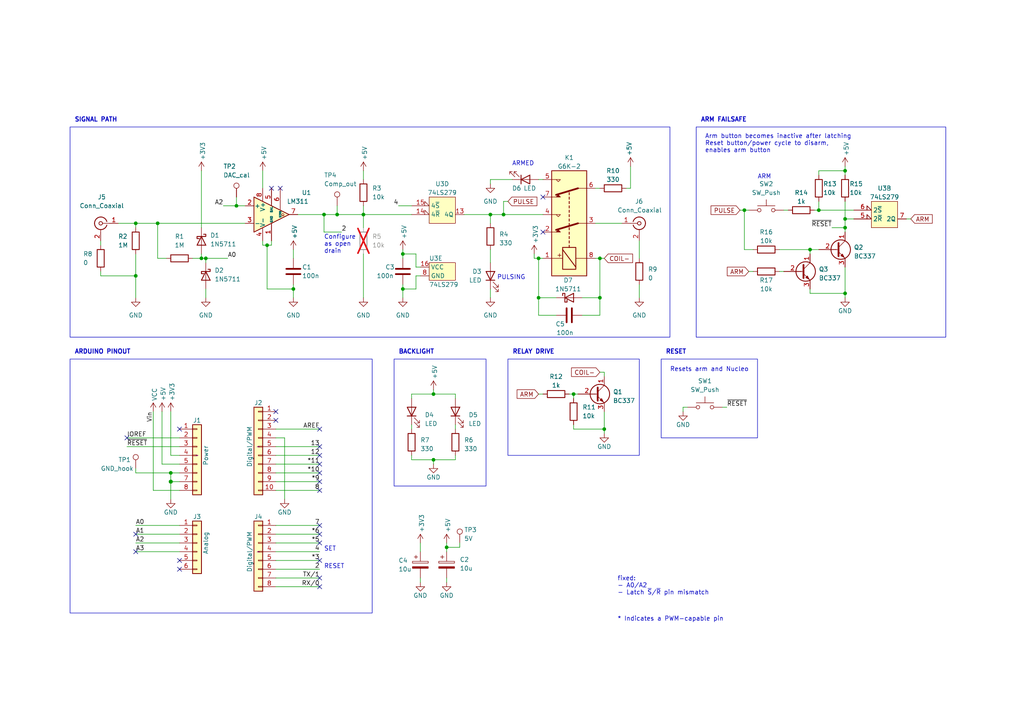
<source format=kicad_sch>
(kicad_sch (version 20230121) (generator eeschema)
  (paper "A4")
  (title_block (title "Pulsed laser ablator Interface") (date "2023-09-07") (rev "3"))
  (lib_symbols
    (symbol "Comparator:LM311" (pin_names (offset 0.127))
      (property "Reference" "U" (at 3.81 6.35 0))
      (property "Value" "LM311" (at 3.81 3.81 0))
      (symbol "LM311_0_1"
        (polyline (pts (xy 5.08 0) (xy -5.08 5.08) (xy -5.08 -5.08) (xy 5.08 0)) (stroke (width 0.254)) (fill (type background)))
        (polyline (pts (xy 3.683 -0.381) (xy 3.302 -0.381) (xy 3.683 0) (xy 3.302 0.381) (xy 2.921 0) (xy 3.302 -0.381) (xy 2.921 -0.381)) (stroke (width 0.127)))
      )
      (symbol "LM311_1_1"
        (pin passive line (at 0 -7.62 90) (length 5.08) (name "GND") (number "1"))
        (pin input line (at -7.62 2.54 0) (length 2.54) (name "+") (number "2"))
        (pin input line (at -7.62 -2.54 0) (length 2.54) (name "-") (number "3"))
        (pin power_in line (at -2.54 -7.62 90) (length 3.81) (name "V-") (number "4"))
        (pin input line (at 0 7.62 270) (length 5.08) (name "BAL") (number "5"))
        (pin input line (at 2.54 7.62 270) (length 6.35) (name "STRB") (number "6"))
        (pin open_collector line (at 7.62 0 180) (length 2.54) (name "~") (number "7"))
        (pin power_in line (at -2.54 7.62 270) (length 3.81) (name "V+") (number "8"))
      )
    )
    (symbol "Connector:Conn_Coaxial" (pin_names (offset 1.016) hide)
      (property "Reference" "J" (at 0.254 3.048 0))
      (property "Value" "Conn_Coaxial" (at 2.921 0 90))
      (symbol "Conn_Coaxial_0_1"
        (arc (start -1.778 -0.508) (mid 0.2311 -1.8066) (end 1.778 0) (stroke (width 0.254)))
        (polyline (pts (xy -2.54 0) (xy -0.508 0)))
        (polyline (pts (xy 0 -2.54) (xy 0 -1.778)))
        (circle (center 0 0) (radius 0.508) (stroke (width 0.2032)))
        (arc (start 1.778 0) (mid 0.2099 1.8101) (end -1.778 0.508) (stroke (width 0.254)))
      )
      (symbol "Conn_Coaxial_1_1"
        (pin passive line (at -5.08 0 0) (length 2.54) (name "In") (number "1"))
        (pin passive line (at 0 -5.08 90) (length 2.54) (name "Ext") (number "2"))
      )
    )
    (symbol "Connector:TestPoint" (pin_numbers hide) (pin_names (offset 0.762) hide)
      (property "Reference" "TP" (at 0 6.858 0))
      (property "Value" "TestPoint" (at 0 5.08 0))
      (symbol "TestPoint_0_1"
        (circle (center 0 3.302) (radius 0.762))
      )
      (symbol "TestPoint_1_1"
        (pin passive line (at 0 0 90) (length 2.54) (name "1") (number "1"))
      )
    )
    (symbol "Connector_Generic:Conn_01x06" (pin_names (offset 1.016) hide)
      (property "Reference" "J" (at 0 7.62 0))
      (property "Value" "Conn_01x06" (at 0 -10.16 0))
      (symbol "Conn_01x06_1_1"
        (rectangle (start -1.27 -7.493) (end 0 -7.747) (stroke (width 0.1524)))
        (rectangle (start -1.27 -4.953) (end 0 -5.207) (stroke (width 0.1524)))
        (rectangle (start -1.27 -2.413) (end 0 -2.667) (stroke (width 0.1524)))
        (rectangle (start -1.27 0.127) (end 0 -0.127) (stroke (width 0.1524)))
        (rectangle (start -1.27 2.667) (end 0 2.413) (stroke (width 0.1524)))
        (rectangle (start -1.27 5.207) (end 0 4.953) (stroke (width 0.1524)))
        (rectangle (start -1.27 6.35) (end 1.27 -8.89) (stroke (width 0.254)) (fill (type background)))
        (pin passive line (at -5.08 5.08 0) (length 3.81) (name "Pin_1") (number "1"))
        (pin passive line (at -5.08 2.54 0) (length 3.81) (name "Pin_2") (number "2"))
        (pin passive line (at -5.08 0 0) (length 3.81) (name "Pin_3") (number "3"))
        (pin passive line (at -5.08 -2.54 0) (length 3.81) (name "Pin_4") (number "4"))
        (pin passive line (at -5.08 -5.08 0) (length 3.81) (name "Pin_5") (number "5"))
        (pin passive line (at -5.08 -7.62 0) (length 3.81) (name "Pin_6") (number "6"))
      )
    )
    (symbol "Connector_Generic:Conn_01x08" (pin_names (offset 1.016) hide)
      (property "Reference" "J" (at 0 10.16 0))
      (property "Value" "Conn_01x08" (at 0 -12.7 0))
      (symbol "Conn_01x08_1_1"
        (rectangle (start -1.27 -10.033) (end 0 -10.287) (stroke (width 0.1524)))
        (rectangle (start -1.27 -7.493) (end 0 -7.747) (stroke (width 0.1524)))
        (rectangle (start -1.27 -4.953) (end 0 -5.207) (stroke (width 0.1524)))
        (rectangle (start -1.27 -2.413) (end 0 -2.667) (stroke (width 0.1524)))
        (rectangle (start -1.27 0.127) (end 0 -0.127) (stroke (width 0.1524)))
        (rectangle (start -1.27 2.667) (end 0 2.413) (stroke (width 0.1524)))
        (rectangle (start -1.27 5.207) (end 0 4.953) (stroke (width 0.1524)))
        (rectangle (start -1.27 7.747) (end 0 7.493) (stroke (width 0.1524)))
        (rectangle (start -1.27 8.89) (end 1.27 -11.43) (stroke (width 0.254)) (fill (type background)))
        (pin passive line (at -5.08 7.62 0) (length 3.81) (name "Pin_1") (number "1"))
        (pin passive line (at -5.08 5.08 0) (length 3.81) (name "Pin_2") (number "2"))
        (pin passive line (at -5.08 2.54 0) (length 3.81) (name "Pin_3") (number "3"))
        (pin passive line (at -5.08 0 0) (length 3.81) (name "Pin_4") (number "4"))
        (pin passive line (at -5.08 -2.54 0) (length 3.81) (name "Pin_5") (number "5"))
        (pin passive line (at -5.08 -5.08 0) (length 3.81) (name "Pin_6") (number "6"))
        (pin passive line (at -5.08 -7.62 0) (length 3.81) (name "Pin_7") (number "7"))
        (pin passive line (at -5.08 -10.16 0) (length 3.81) (name "Pin_8") (number "8"))
      )
    )
    (symbol "Connector_Generic:Conn_01x10" (pin_names (offset 1.016) hide)
      (property "Reference" "J" (at 0 12.7 0))
      (property "Value" "Conn_01x10" (at 0 -15.24 0))
      (symbol "Conn_01x10_1_1"
        (rectangle (start -1.27 -12.573) (end 0 -12.827) (stroke (width 0.1524)))
        (rectangle (start -1.27 -10.033) (end 0 -10.287) (stroke (width 0.1524)))
        (rectangle (start -1.27 -7.493) (end 0 -7.747) (stroke (width 0.1524)))
        (rectangle (start -1.27 -4.953) (end 0 -5.207) (stroke (width 0.1524)))
        (rectangle (start -1.27 -2.413) (end 0 -2.667) (stroke (width 0.1524)))
        (rectangle (start -1.27 0.127) (end 0 -0.127) (stroke (width 0.1524)))
        (rectangle (start -1.27 2.667) (end 0 2.413) (stroke (width 0.1524)))
        (rectangle (start -1.27 5.207) (end 0 4.953) (stroke (width 0.1524)))
        (rectangle (start -1.27 7.747) (end 0 7.493) (stroke (width 0.1524)))
        (rectangle (start -1.27 10.287) (end 0 10.033) (stroke (width 0.1524)))
        (rectangle (start -1.27 11.43) (end 1.27 -13.97) (stroke (width 0.254)) (fill (type background)))
        (pin passive line (at -5.08 10.16 0) (length 3.81) (name "Pin_1") (number "1"))
        (pin passive line (at -5.08 -12.7 0) (length 3.81) (name "Pin_10") (number "10"))
        (pin passive line (at -5.08 7.62 0) (length 3.81) (name "Pin_2") (number "2"))
        (pin passive line (at -5.08 5.08 0) (length 3.81) (name "Pin_3") (number "3"))
        (pin passive line (at -5.08 2.54 0) (length 3.81) (name "Pin_4") (number "4"))
        (pin passive line (at -5.08 0 0) (length 3.81) (name "Pin_5") (number "5"))
        (pin passive line (at -5.08 -2.54 0) (length 3.81) (name "Pin_6") (number "6"))
        (pin passive line (at -5.08 -5.08 0) (length 3.81) (name "Pin_7") (number "7"))
        (pin passive line (at -5.08 -7.62 0) (length 3.81) (name "Pin_8") (number "8"))
        (pin passive line (at -5.08 -10.16 0) (length 3.81) (name "Pin_9") (number "9"))
      )
    )
    (symbol "Device:C" (pin_numbers hide) (pin_names (offset 0.254))
      (property "Reference" "C" (at 0.635 2.54 0))
      (property "Value" "C" (at 0.635 -2.54 0))
      (symbol "C_0_1"
        (polyline (pts (xy -2.032 -0.762) (xy 2.032 -0.762)) (stroke (width 0.508)))
        (polyline (pts (xy -2.032 0.762) (xy 2.032 0.762)) (stroke (width 0.508)))
      )
      (symbol "C_1_1"
        (pin passive line (at 0 3.81 270) (length 2.794) (name "~") (number "1"))
        (pin passive line (at 0 -3.81 90) (length 2.794) (name "~") (number "2"))
      )
    )
    (symbol "Device:C_Polarized" (pin_numbers hide) (pin_names (offset 0.254))
      (property "Reference" "C" (at 0.635 2.54 0))
      (property "Value" "C_Polarized" (at 0.635 -2.54 0))
      (symbol "C_Polarized_0_1"
        (rectangle (start -2.286 0.508) (end 2.286 1.016))
        (polyline (pts (xy -1.778 2.286) (xy -0.762 2.286)))
        (polyline (pts (xy -1.27 2.794) (xy -1.27 1.778)))
        (rectangle (start 2.286 -0.508) (end -2.286 -1.016) (fill (type outline)))
      )
      (symbol "C_Polarized_1_1"
        (pin passive line (at 0 3.81 270) (length 2.794) (name "~") (number "1"))
        (pin passive line (at 0 -3.81 90) (length 2.794) (name "~") (number "2"))
      )
    )
    (symbol "Device:D_Schottky" (pin_numbers hide) (pin_names (offset 1.016) hide)
      (property "Reference" "D" (at 0 2.54 0))
      (property "Value" "D_Schottky" (at 0 -2.54 0))
      (symbol "D_Schottky_0_1"
        (polyline (pts (xy 1.27 0) (xy -1.27 0)))
        (polyline (pts (xy 1.27 1.27) (xy 1.27 -1.27) (xy -1.27 0) (xy 1.27 1.27)) (stroke (width 0.254)))
        (polyline (pts (xy -1.905 0.635) (xy -1.905 1.27) (xy -1.27 1.27) (xy -1.27 -1.27) (xy -0.635 -1.27) (xy -0.635 -0.635)) (stroke (width 0.254)))
      )
      (symbol "D_Schottky_1_1"
        (pin passive line (at -3.81 0 0) (length 2.54) (name "K") (number "1"))
        (pin passive line (at 3.81 0 180) (length 2.54) (name "A") (number "2"))
      )
    )
    (symbol "Device:LED" (pin_numbers hide) (pin_names (offset 1.016) hide)
      (property "Reference" "D" (at 0 2.54 0))
      (property "Value" "LED" (at 0 -2.54 0))
      (symbol "LED_0_1"
        (polyline (pts (xy -1.27 -1.27) (xy -1.27 1.27)) (stroke (width 0.254)))
        (polyline (pts (xy -1.27 0) (xy 1.27 0)))
        (polyline (pts (xy 1.27 -1.27) (xy 1.27 1.27) (xy -1.27 0) (xy 1.27 -1.27)) (stroke (width 0.254)))
        (polyline (pts (xy -3.048 -0.762) (xy -4.572 -2.286) (xy -3.81 -2.286) (xy -4.572 -2.286) (xy -4.572 -1.524)))
        (polyline (pts (xy -1.778 -0.762) (xy -3.302 -2.286) (xy -2.54 -2.286) (xy -3.302 -2.286) (xy -3.302 -1.524)))
      )
      (symbol "LED_1_1"
        (pin passive line (at -3.81 0 0) (length 2.54) (name "K") (number "1"))
        (pin passive line (at 3.81 0 180) (length 2.54) (name "A") (number "2"))
      )
    )
    (symbol "Device:R" (pin_numbers hide) (pin_names (offset 0))
      (property "Reference" "R" (at 2.032 0 90))
      (property "Value" "R" (at 0 0 90))
      (symbol "R_0_1"
        (rectangle (start -1.016 -2.54) (end 1.016 2.54) (stroke (width 0.254)))
      )
      (symbol "R_1_1"
        (pin passive line (at 0 3.81 270) (length 1.27) (name "~") (number "1"))
        (pin passive line (at 0 -3.81 90) (length 1.27) (name "~") (number "2"))
      )
    )
    (symbol "Relay:G6K-2"
      (property "Reference" "K" (at 16.51 3.81 0))
      (property "Value" "G6K-2" (at 16.51 1.27 0))
      (symbol "G6K-2_0_0"
        (text "+" (at -9.271 2.921 0) (effects (font (size 1.27 1.27))))
      )
      (symbol "G6K-2_0_1"
        (rectangle (start -15.24 5.08) (end 15.24 -5.08) (stroke (width 0.254)) (fill (type background)))
        (rectangle (start -13.335 1.905) (end -6.985 -1.905) (stroke (width 0.254)))
        (polyline (pts (xy -12.7 -1.905) (xy -7.62 1.905)) (stroke (width 0.254)))
        (polyline (pts (xy -10.16 -5.08) (xy -10.16 -1.905)))
        (polyline (pts (xy -10.16 5.08) (xy -10.16 1.905)))
        (polyline (pts (xy -6.985 0) (xy -6.35 0)) (stroke (width 0.254)))
        (polyline (pts (xy -5.715 0) (xy -5.08 0)) (stroke (width 0.254)))
        (polyline (pts (xy -4.445 0) (xy -3.81 0)) (stroke (width 0.254)))
        (polyline (pts (xy -3.175 0) (xy -2.54 0)) (stroke (width 0.254)))
        (polyline (pts (xy -1.905 0) (xy -1.27 0)) (stroke (width 0.254)))
        (polyline (pts (xy -0.635 0) (xy 0 0)) (stroke (width 0.254)))
        (polyline (pts (xy 0 -2.54) (xy -1.905 3.81)) (stroke (width 0.508)))
        (polyline (pts (xy 0 -2.54) (xy 0 -5.08)))
        (polyline (pts (xy 0.635 0) (xy 1.27 0)) (stroke (width 0.254)))
        (polyline (pts (xy 1.905 0) (xy 2.54 0)) (stroke (width 0.254)))
        (polyline (pts (xy 3.175 0) (xy 3.81 0)) (stroke (width 0.254)))
        (polyline (pts (xy 4.445 0) (xy 5.08 0)) (stroke (width 0.254)))
        (polyline (pts (xy 5.715 0) (xy 6.35 0)) (stroke (width 0.254)))
        (polyline (pts (xy 6.985 0) (xy 7.62 0)) (stroke (width 0.254)))
        (polyline (pts (xy 8.255 0) (xy 8.89 0)) (stroke (width 0.254)))
        (polyline (pts (xy 10.16 -2.54) (xy 8.255 3.81)) (stroke (width 0.508)))
        (polyline (pts (xy 10.16 -2.54) (xy 10.16 -5.08)))
        (polyline (pts (xy -2.54 5.08) (xy -2.54 2.54) (xy -1.905 3.175) (xy -2.54 3.81)) (fill (type outline)))
        (polyline (pts (xy 2.54 5.08) (xy 2.54 2.54) (xy 1.905 3.175) (xy 2.54 3.81)))
        (polyline (pts (xy 7.62 5.08) (xy 7.62 2.54) (xy 8.255 3.175) (xy 7.62 3.81)) (fill (type outline)))
        (polyline (pts (xy 12.7 5.08) (xy 12.7 2.54) (xy 12.065 3.175) (xy 12.7 3.81)))
      )
      (symbol "G6K-2_1_1"
        (pin passive line (at -10.16 7.62 270) (length 2.54) (name "~") (number "1"))
        (pin passive line (at -2.54 7.62 270) (length 2.54) (name "~") (number "2"))
        (pin passive line (at 0 -7.62 90) (length 2.54) (name "~") (number "3"))
        (pin passive line (at 2.54 7.62 270) (length 2.54) (name "~") (number "4"))
        (pin passive line (at 12.7 7.62 270) (length 2.54) (name "~") (number "5"))
        (pin passive line (at 10.16 -7.62 90) (length 2.54) (name "~") (number "6"))
        (pin passive line (at 7.62 7.62 270) (length 2.54) (name "~") (number "7"))
        (pin passive line (at -10.16 -7.62 90) (length 2.54) (name "~") (number "8"))
      )
    )
    (symbol "Switch:SW_Push" (pin_numbers hide) (pin_names (offset 1.016) hide)
      (property "Reference" "SW" (at 1.27 2.54 0))
      (property "Value" "SW_Push" (at 0 -1.524 0))
      (symbol "SW_Push_0_1"
        (circle (center -2.032 0) (radius 0.508))
        (polyline (pts (xy 0 1.27) (xy 0 3.048)))
        (polyline (pts (xy 2.54 1.27) (xy -2.54 1.27)))
        (circle (center 2.032 0) (radius 0.508))
        (pin passive line (at -5.08 0 0) (length 2.54) (name "1") (number "1"))
        (pin passive line (at 5.08 0 180) (length 2.54) (name "2") (number "2"))
      )
    )
    (symbol "Transistor_BJT:BC337" (pin_names (offset 0) hide)
      (property "Reference" "Q" (at 5.08 1.905 0))
      (property "Value" "BC337" (at 5.08 0 0))
      (symbol "BC337_0_1"
        (polyline (pts (xy 0 0) (xy 0.635 0)))
        (polyline (pts (xy 0.635 0.635) (xy 2.54 2.54)))
        (polyline (pts (xy 0.635 -0.635) (xy 2.54 -2.54) (xy 2.54 -2.54)))
        (polyline (pts (xy 0.635 1.905) (xy 0.635 -1.905) (xy 0.635 -1.905)) (stroke (width 0.508)))
        (polyline (pts (xy 1.27 -1.778) (xy 1.778 -1.27) (xy 2.286 -2.286) (xy 1.27 -1.778) (xy 1.27 -1.778)) (fill (type outline)))
        (circle (center 1.27 0) (radius 2.8194) (stroke (width 0.254)))
      )
      (symbol "BC337_1_1"
        (pin passive line (at 2.54 5.08 270) (length 2.54) (name "C") (number "1"))
        (pin input line (at -5.08 0 0) (length 5.08) (name "B") (number "2"))
        (pin passive line (at 2.54 -5.08 90) (length 2.54) (name "E") (number "3"))
      )
    )
    (symbol "guillem_symbols:74LS279"
      (property "Reference" "U" (at -2.54 6.35 0))
      (property "Value" "74LS279" (at 5.08 6.35 0))
      (symbol "74LS279_1_1"
        (rectangle (start -3.81 5.08) (end 3.81 -5.08) (fill (type background)))
        (pin input input_low (at -8.89 -2.54 0) (length 5.08) (name "1~{R}") (number "1"))
        (pin input input_low (at -8.89 2.54 0) (length 5.08) (name "1~{S}1") (number "2"))
        (pin input input_low (at -8.89 0 0) (length 5.08) (name "1~{S}2") (number "3"))
        (pin output line (at 6.35 -2.54 180) (length 2.54) (name "1Q") (number "4"))
      )
      (symbol "74LS279_2_1"
        (rectangle (start -2.54 3.81) (end 5.08 -3.81) (fill (type background)))
        (pin input input_low (at -7.62 -1.27 0) (length 5.08) (name "2~{R}") (number "5"))
        (pin input input_low (at -7.62 1.27 0) (length 5.08) (name "2~{S}") (number "6"))
        (pin output line (at 7.62 -1.27 180) (length 2.54) (name "2Q") (number "7"))
      )
      (symbol "74LS279_3_1"
        (rectangle (start -3.81 5.08) (end 3.81 -5.08) (fill (type background)))
        (pin input input_low (at -8.89 -2.54 0) (length 5.08) (name "3~{R}") (number "10"))
        (pin input input_low (at -8.89 2.54 0) (length 5.08) (name "3~{S}1") (number "11"))
        (pin input input_low (at -8.89 0 0) (length 5.08) (name "3~{S}2") (number "12"))
        (pin output line (at 6.35 -2.54 180) (length 2.54) (name "3Q") (number "9"))
      )
      (symbol "74LS279_4_1"
        (rectangle (start -3.81 3.81) (end 3.81 -3.81) (fill (type background)))
        (pin output line (at 6.35 -1.27 180) (length 2.54) (name "4Q") (number "13"))
        (pin input input_low (at -8.89 -1.27 0) (length 5.08) (name "4~{R}") (number "14"))
        (pin input input_low (at -8.89 1.27 0) (length 5.08) (name "4~{S}") (number "15"))
      )
      (symbol "74LS279_5_1"
        (rectangle (start -3.81 2.54) (end 3.81 -2.54) (fill (type background)))
        (pin power_in line (at -6.35 1.27 0) (length 2.54) (name "VCC") (number "16"))
        (pin power_out line (at -6.35 -1.27 0) (length 2.54) (name "GND") (number "8"))
      )
    )
    (symbol "power:+3V3" (power) (pin_names (offset 0))
      (property "Value" "+3V3" (at 0 3.556 0))
      (symbol "+3V3_0_1"
        (polyline (pts (xy -0.762 1.27) (xy 0 2.54)))
        (polyline (pts (xy 0 0) (xy 0 2.54)))
        (polyline (pts (xy 0 2.54) (xy 0.762 1.27)))
      )
      (symbol "+3V3_1_1"
        (pin power_in line (at 0 0 90) (length 0) hide (name "+3V3") (number "1"))
      )
    )
    (symbol "power:+5V" (power) (pin_names (offset 0))
      (property "Value" "+5V" (at 0 3.556 0))
      (symbol "+5V_0_1"
        (polyline (pts (xy -0.762 1.27) (xy 0 2.54)))
        (polyline (pts (xy 0 0) (xy 0 2.54)))
        (polyline (pts (xy 0 2.54) (xy 0.762 1.27)))
      )
      (symbol "+5V_1_1"
        (pin power_in line (at 0 0 90) (length 0) hide (name "+5V") (number "1"))
      )
    )
    (symbol "power:GND" (power) (pin_names (offset 0))
      (property "Value" "GND" (at 0 -3.81 0))
      (symbol "GND_0_1"
        (polyline (pts (xy 0 0) (xy 0 -1.27) (xy 1.27 -1.27) (xy 0 -2.54) (xy -1.27 -1.27) (xy 0 -1.27)))
      )
      (symbol "GND_1_1"
        (pin power_in line (at 0 0 270) (length 0) hide (name "GND") (number "1"))
      )
    )
    (symbol "power:VCC" (power) (pin_names (offset 0))
      (property "Value" "VCC" (at 0 3.81 0))
      (symbol "VCC_0_1"
        (polyline (pts (xy -0.762 1.27) (xy 0 2.54)))
        (polyline (pts (xy 0 0) (xy 0 2.54)))
        (polyline (pts (xy 0 2.54) (xy 0.762 1.27)))
      )
      (symbol "VCC_1_1"
        (pin power_in line (at 0 0 90) (length 0) hide (name "VCC") (number "1"))
      )
    )
  )
  (junction (at 234.95 72.39))
  (junction (at 156.21 86.36))
  (junction (at 245.11 63.5))
  (junction (at 85.09 83.82))
  (junction (at 237.49 60.96))
  (junction (at 49.53 137.16))
  (junction (at 245.11 66.04))
  (junction (at 142.24 62.23))
  (junction (at 49.53 139.7) (diameter 1.016))
  (junction (at 245.11 85.09))
  (junction (at 39.37 64.77))
  (junction (at 93.98 62.23))
  (junction (at 58.42 74.93))
  (junction (at 125.73 133.35))
  (junction (at 175.26 124.46))
  (junction (at 173.99 74.93))
  (junction (at 116.84 83.82))
  (junction (at 77.47 71.12))
  (junction (at 125.73 114.3))
  (junction (at 45.72 64.77))
  (junction (at 129.54 158.75))
  (junction (at 173.99 86.36))
  (junction (at 68.58 59.69))
  (junction (at 166.37 114.3))
  (junction (at 39.37 80.01))
  (junction (at 105.41 62.23))
  (junction (at 97.79 62.23))
  (junction (at 146.05 62.23))
  (junction (at 116.84 73.66))
  (junction (at 245.11 49.53))
  (junction (at 215.9 60.96))
  (junction (at 156.21 74.93))
  (junction (at 59.69 74.93))
  (no_connect (at 80.01 121.92))
  (no_connect (at 92.71 162.56))
  (no_connect (at 157.48 57.15))
  (no_connect (at 92.71 167.64))
  (no_connect (at 92.71 157.48))
  (no_connect (at 81.28 54.61))
  (no_connect (at 36.83 127))
  (no_connect (at 157.48 67.31))
  (no_connect (at 92.71 129.54))
  (no_connect (at 52.07 162.56))
  (no_connect (at 80.01 119.38))
  (no_connect (at 92.71 170.18))
  (no_connect (at 78.74 54.61))
  (no_connect (at 39.37 154.94))
  (no_connect (at 92.71 139.7))
  (no_connect (at 92.71 134.62))
  (no_connect (at 92.71 152.4))
  (no_connect (at 92.71 142.24))
  (no_connect (at 92.71 137.16))
  (no_connect (at 92.71 124.46))
  (no_connect (at 52.07 165.1))
  (no_connect (at 92.71 154.94))
  (no_connect (at 52.07 124.46))
  (no_connect (at 92.71 132.08))
  (no_connect (at 39.37 160.02))
  (wire (pts (xy 80.01 170.18) (xy 92.71 170.18)))
  (wire (pts (xy 215.9 60.96) (xy 215.9 72.39)))
  (wire (pts (xy 175.26 119.38) (xy 175.26 124.46)))
  (wire (pts (xy 156.21 74.93) (xy 157.48 74.93)))
  (wire (pts (xy 120.65 83.82) (xy 120.65 80.01)))
  (wire (pts (xy 173.99 86.36) (xy 173.99 74.93)))
  (wire (pts (xy 80.01 137.16) (xy 92.71 137.16)))
  (wire (pts (xy 121.92 157.48) (xy 121.92 160.02)))
  (wire (pts (xy 58.42 74.93) (xy 59.69 74.93)))
  (wire (pts (xy 241.3 66.04) (xy 245.11 66.04)))
  (wire (pts (xy 185.42 69.85) (xy 185.42 74.93)))
  (wire (pts (xy 234.95 72.39) (xy 234.95 73.66)))
  (wire (pts (xy 237.49 49.53) (xy 237.49 50.8)))
  (wire (pts (xy 237.49 58.42) (xy 237.49 60.96)))
  (wire (pts (xy 76.2 49.53) (xy 76.2 54.61)))
  (wire (pts (xy 49.53 137.16) (xy 49.53 139.7)))
  (wire (pts (xy 142.24 62.23) (xy 146.05 62.23)))
  (wire (pts (xy 161.29 91.44) (xy 156.21 91.44)))
  (wire (pts (xy 132.08 123.19) (xy 132.08 124.46)))
  (wire (pts (xy 77.47 71.12) (xy 77.47 83.82)))
  (wire (pts (xy 172.72 54.61) (xy 173.99 54.61)))
  (wire (pts (xy 129.54 167.64) (xy 129.54 168.91)))
  (wire (pts (xy 245.11 63.5) (xy 247.65 63.5)))
  (wire (pts (xy 156.21 52.07) (xy 157.48 52.07)))
  (wire (pts (xy 245.11 66.04) (xy 245.11 63.5)))
  (wire (pts (xy 175.26 107.95) (xy 175.26 109.22)))
  (wire (pts (xy 156.21 86.36) (xy 156.21 91.44)))
  (wire (pts (xy 48.26 74.93) (xy 45.72 74.93)))
  (wire (pts (xy 245.11 48.26) (xy 245.11 49.53)))
  (wire (pts (xy 245.11 49.53) (xy 237.49 49.53)))
  (wire (pts (xy 49.53 139.7) (xy 49.53 144.78)))
  (wire (pts (xy 49.53 132.08) (xy 52.07 132.08)))
  (wire (pts (xy 227.33 60.96) (xy 228.6 60.96)))
  (wire (pts (xy 46.99 134.62) (xy 52.07 134.62)))
  (wire (pts (xy 46.99 119.38) (xy 46.99 134.62)))
  (wire (pts (xy 142.24 72.39) (xy 142.24 76.2)))
  (wire (pts (xy 217.17 78.74) (xy 218.44 78.74)))
  (wire (pts (xy 80.01 129.54) (xy 92.71 129.54)))
  (wire (pts (xy 86.36 62.23) (xy 93.98 62.23)))
  (wire (pts (xy 49.53 119.38) (xy 49.53 132.08)))
  (wire (pts (xy 80.01 152.4) (xy 92.71 152.4)))
  (wire (pts (xy 165.1 114.3) (xy 166.37 114.3)))
  (wire (pts (xy 182.88 48.26) (xy 182.88 54.61)))
  (wire (pts (xy 39.37 73.66) (xy 39.37 80.01)))
  (wire (pts (xy 129.54 157.48) (xy 129.54 158.75)))
  (wire (pts (xy 52.07 152.4) (xy 39.37 152.4)))
  (wire (pts (xy 173.99 74.93) (xy 175.26 74.93)))
  (wire (pts (xy 80.01 132.08) (xy 92.71 132.08)))
  (wire (pts (xy 93.98 62.23) (xy 97.79 62.23)))
  (wire (pts (xy 45.72 64.77) (xy 71.12 64.77)))
  (wire (pts (xy 80.01 154.94) (xy 92.71 154.94)))
  (wire (pts (xy 85.09 82.55) (xy 85.09 83.82)))
  (wire (pts (xy 76.2 69.85) (xy 76.2 71.12)))
  (wire (pts (xy 147.32 58.42) (xy 146.05 58.42)))
  (wire (pts (xy 105.41 62.23) (xy 105.41 66.04)))
  (wire (pts (xy 105.41 59.69) (xy 105.41 62.23)))
  (wire (pts (xy 68.58 57.15) (xy 68.58 59.69)))
  (wire (pts (xy 59.69 83.82) (xy 59.69 86.36)))
  (wire (pts (xy 29.21 69.85) (xy 29.21 71.12)))
  (wire (pts (xy 215.9 72.39) (xy 218.44 72.39)))
  (wire (pts (xy 173.99 107.95) (xy 175.26 107.95)))
  (wire (pts (xy 121.92 167.64) (xy 121.92 168.91)))
  (wire (pts (xy 166.37 124.46) (xy 175.26 124.46)))
  (wire (pts (xy 29.21 80.01) (xy 39.37 80.01)))
  (wire (pts (xy 134.62 62.23) (xy 142.24 62.23)))
  (wire (pts (xy 80.01 139.7) (xy 92.71 139.7)))
  (wire (pts (xy 29.21 78.74) (xy 29.21 80.01)))
  (wire (pts (xy 132.08 132.08) (xy 132.08 133.35)))
  (wire (pts (xy 168.91 91.44) (xy 173.99 91.44)))
  (wire (pts (xy 76.2 71.12) (xy 77.47 71.12)))
  (wire (pts (xy 80.01 160.02) (xy 92.71 160.02)))
  (wire (pts (xy 85.09 72.39) (xy 85.09 74.93)))
  (wire (pts (xy 119.38 132.08) (xy 119.38 133.35)))
  (wire (pts (xy 215.9 60.96) (xy 217.17 60.96)))
  (wire (pts (xy 262.89 63.5) (xy 264.16 63.5)))
  (wire (pts (xy 166.37 123.19) (xy 166.37 124.46)))
  (wire (pts (xy 36.83 127) (xy 52.07 127)))
  (wire (pts (xy 133.35 157.48) (xy 133.35 158.75)))
  (wire (pts (xy 116.84 83.82) (xy 120.65 83.82)))
  (wire (pts (xy 125.73 134.62) (xy 125.73 133.35)))
  (wire (pts (xy 245.11 58.42) (xy 245.11 63.5)))
  (wire (pts (xy 198.12 119.38) (xy 198.12 118.11)))
  (wire (pts (xy 234.95 83.82) (xy 234.95 85.09)))
  (wire (pts (xy 120.65 80.01) (xy 121.92 80.01)))
  (wire (pts (xy 175.26 124.46) (xy 175.26 125.73)))
  (wire (pts (xy 125.73 133.35) (xy 132.08 133.35)))
  (wire (pts (xy 146.05 62.23) (xy 157.48 62.23)))
  (wire (pts (xy 234.95 72.39) (xy 237.49 72.39)))
  (wire (pts (xy 185.42 82.55) (xy 185.42 86.36)))
  (wire (pts (xy 245.11 77.47) (xy 245.11 85.09)))
  (wire (pts (xy 120.65 73.66) (xy 116.84 73.66)))
  (wire (pts (xy 82.55 127) (xy 82.55 144.78)))
  (wire (pts (xy 93.98 62.23) (xy 93.98 67.31)))
  (wire (pts (xy 105.41 73.66) (xy 105.41 86.36)))
  (wire (pts (xy 121.92 77.47) (xy 120.65 77.47)))
  (wire (pts (xy 45.72 64.77) (xy 45.72 74.93)))
  (wire (pts (xy 80.01 124.46) (xy 92.71 124.46)))
  (wire (pts (xy 115.57 59.69) (xy 119.38 59.69)))
  (wire (pts (xy 142.24 83.82) (xy 142.24 86.36)))
  (wire (pts (xy 214.63 60.96) (xy 215.9 60.96)))
  (wire (pts (xy 125.73 114.3) (xy 132.08 114.3)))
  (wire (pts (xy 116.84 83.82) (xy 116.84 86.36)))
  (wire (pts (xy 166.37 114.3) (xy 167.64 114.3)))
  (wire (pts (xy 85.09 83.82) (xy 85.09 86.36)))
  (wire (pts (xy 68.58 59.69) (xy 71.12 59.69)))
  (wire (pts (xy 52.07 157.48) (xy 39.37 157.48)))
  (wire (pts (xy 36.83 129.54) (xy 52.07 129.54)))
  (wire (pts (xy 77.47 83.82) (xy 85.09 83.82)))
  (wire (pts (xy 39.37 137.16) (xy 49.53 137.16)))
  (wire (pts (xy 52.07 139.7) (xy 49.53 139.7)))
  (wire (pts (xy 39.37 64.77) (xy 45.72 64.77)))
  (wire (pts (xy 116.84 82.55) (xy 116.84 83.82)))
  (wire (pts (xy 125.73 113.03) (xy 125.73 114.3)))
  (wire (pts (xy 119.38 114.3) (xy 119.38 115.57)))
  (wire (pts (xy 142.24 52.07) (xy 148.59 52.07)))
  (wire (pts (xy 156.21 114.3) (xy 157.48 114.3)))
  (wire (pts (xy 245.11 67.31) (xy 245.11 66.04)))
  (wire (pts (xy 78.74 69.85) (xy 78.74 71.12)))
  (wire (pts (xy 52.07 142.24) (xy 44.45 142.24)))
  (wire (pts (xy 105.41 49.53) (xy 105.41 52.07)))
  (wire (pts (xy 105.41 62.23) (xy 119.38 62.23)))
  (wire (pts (xy 39.37 154.94) (xy 52.07 154.94)))
  (wire (pts (xy 39.37 80.01) (xy 39.37 86.36)))
  (wire (pts (xy 58.42 49.53) (xy 58.42 66.04)))
  (wire (pts (xy 129.54 158.75) (xy 129.54 160.02)))
  (wire (pts (xy 120.65 77.47) (xy 120.65 73.66)))
  (wire (pts (xy 245.11 49.53) (xy 245.11 50.8)))
  (wire (pts (xy 59.69 74.93) (xy 66.04 74.93)))
  (wire (pts (xy 166.37 114.3) (xy 166.37 115.57)))
  (wire (pts (xy 172.72 64.77) (xy 180.34 64.77)))
  (wire (pts (xy 226.06 72.39) (xy 234.95 72.39)))
  (wire (pts (xy 129.54 158.75) (xy 133.35 158.75)))
  (wire (pts (xy 173.99 86.36) (xy 173.99 91.44)))
  (wire (pts (xy 55.88 74.93) (xy 58.42 74.93)))
  (wire (pts (xy 80.01 127) (xy 82.55 127)))
  (wire (pts (xy 156.21 86.36) (xy 156.21 74.93)))
  (wire (pts (xy 168.91 86.36) (xy 173.99 86.36)))
  (wire (pts (xy 52.07 137.16) (xy 49.53 137.16)))
  (wire (pts (xy 142.24 62.23) (xy 142.24 64.77)))
  (wire (pts (xy 80.01 134.62) (xy 92.71 134.62)))
  (wire (pts (xy 58.42 73.66) (xy 58.42 74.93)))
  (wire (pts (xy 99.06 67.31) (xy 93.98 67.31)))
  (wire (pts (xy 97.79 59.69) (xy 97.79 62.23)))
  (wire (pts (xy 132.08 115.57) (xy 132.08 114.3)))
  (wire (pts (xy 97.79 62.23) (xy 105.41 62.23)))
  (wire (pts (xy 142.24 53.34) (xy 142.24 52.07)))
  (wire (pts (xy 237.49 60.96) (xy 247.65 60.96)))
  (wire (pts (xy 80.01 157.48) (xy 92.71 157.48)))
  (wire (pts (xy 39.37 160.02) (xy 52.07 160.02)))
  (wire (pts (xy 161.29 86.36) (xy 156.21 86.36)))
  (wire (pts (xy 182.88 54.61) (xy 181.61 54.61)))
  (wire (pts (xy 116.84 73.66) (xy 116.84 74.93)))
  (wire (pts (xy 236.22 60.96) (xy 237.49 60.96)))
  (wire (pts (xy 209.55 118.11) (xy 210.82 118.11)))
  (wire (pts (xy 154.94 73.66) (xy 154.94 74.93)))
  (wire (pts (xy 77.47 71.12) (xy 78.74 71.12)))
  (wire (pts (xy 39.37 135.89) (xy 39.37 137.16)))
  (wire (pts (xy 39.37 64.77) (xy 39.37 66.04)))
  (wire (pts (xy 154.94 74.93) (xy 156.21 74.93)))
  (wire (pts (xy 80.01 165.1) (xy 92.71 165.1)))
  (wire (pts (xy 146.05 58.42) (xy 146.05 62.23)))
  (wire (pts (xy 80.01 162.56) (xy 92.71 162.56)))
  (wire (pts (xy 198.12 118.11) (xy 199.39 118.11)))
  (wire (pts (xy 116.84 72.39) (xy 116.84 73.66)))
  (wire (pts (xy 245.11 85.09) (xy 245.11 86.36)))
  (wire (pts (xy 125.73 133.35) (xy 119.38 133.35)))
  (wire (pts (xy 34.29 64.77) (xy 39.37 64.77)))
  (wire (pts (xy 125.73 114.3) (xy 119.38 114.3)))
  (wire (pts (xy 234.95 85.09) (xy 245.11 85.09)))
  (wire (pts (xy 64.77 59.69) (xy 68.58 59.69)))
  (wire (pts (xy 59.69 76.2) (xy 59.69 74.93)))
  (wire (pts (xy 80.01 167.64) (xy 92.71 167.64)))
  (wire (pts (xy 44.45 142.24) (xy 44.45 119.38)))
  (wire (pts (xy 226.06 78.74) (xy 227.33 78.74)))
  (wire (pts (xy 119.38 123.19) (xy 119.38 124.46)))
  (wire (pts (xy 172.72 74.93) (xy 173.99 74.93)))
  (wire (pts (xy 80.01 142.24) (xy 92.71 142.24)))
  (rectangle (start 201.93 36.83) (end 274.32 97.79))
  (rectangle (start 20.32 36.83) (end 194.31 97.79))
  (rectangle (start 20.32 104.14) (end 107.95 177.8))
  (rectangle (start 114.3 104.14) (end 140.97 140.97))
  (rectangle (start 147.32 104.14) (end 185.42 132.08))
  (rectangle (start 191.77 104.14) (end 219.71 127))
  (text "ARM" (at 219.71 52.07 0) (effects (font (size 1.27 1.27)) (justify left bottom)))
  (text "ARMED" (at 154.94 48.26 0) (effects (font (size 1.27 1.27)) (justify right bottom)))
  (text "SET" (at 93.98 160.02 0) (effects (font (size 1.27 1.27)) (justify left bottom)))
  (text "BACKLIGHT" (at 115.57 102.87 0) (effects (font (size 1.27 1.27) (thickness 0.254) bold) (justify left bottom)))
  (text "Configure\nas open \ndrain" (at 93.98 73.66 0) (effects (font (size 1.27 1.27)) (justify left bottom)))
  (text "ARDUINO PINOUT" (at 21.59 102.87 0) (effects (font (size 1.27 1.27) (thickness 0.254) bold) (justify left bottom)))
  (text "Arm button becomes inactive after latching\nReset button/power cycle to disarm,\nenables arm button" (at 204.47 44.45 0) (effects (font (size 1.27 1.27)) (justify left bottom)))
  (text "RESET" (at 193.04 102.87 0) (effects (font (size 1.27 1.27) (thickness 0.254) bold) (justify left bottom)))
  (text "SIGNAL PATH" (at 21.59 35.56 0) (effects (font (size 1.27 1.27) (thickness 0.254) bold) (justify left bottom)))
  (text "ARM FAILSAFE" (at 203.2 35.56 0) (effects (font (size 1.27 1.27) (thickness 0.254) bold) (justify left bottom)))
  (text "RELAY DRIVE" (at 148.59 102.87 0) (effects (font (size 1.27 1.27) (thickness 0.254) bold) (justify left bottom)))
  (text "RESET" (at 93.98 165.1 0) (effects (font (size 1.27 1.27)) (justify left bottom)))
  (text "fixed:\n- A0/A2\n- Latch ~{S}/~{R} pin mismatch" (at 179.07 172.72 0) (effects (font (size 1.27 1.27)) (justify left bottom)))
  (text "Resets arm and Nucleo" (at 194.31 107.95 0) (effects (font (size 1.27 1.27)) (justify left bottom)))
  (text "* Indicates a PWM-capable pin" (at 179.07 180.34 0) (effects (font (size 1.27 1.27)) (justify left bottom)))
  (text "PULSING" (at 152.4 81.28 0) (effects (font (size 1.27 1.27)) (justify right bottom)))
  (label "RX{slash}0" (at 92.71 170.18 180))
  (label "A2" (at 39.37 157.48 0))
  (label "4" (at 92.71 160.02 180))
  (label "~{RESET}" (at 241.3 66.04 180))
  (label "2" (at 92.71 165.1 180))
  (label "A3" (at 39.37 160.02 0))
  (label "13" (at 92.71 129.54 180))
  (label "12" (at 92.71 132.08 180))
  (label "~{RESET}" (at 210.82 118.11 0))
  (label "~{RESET}" (at 36.83 129.54 0))
  (label "*10" (at 92.71 137.16 180))
  (label "A2" (at 64.77 59.69 180))
  (label "4" (at 115.57 59.69 180))
  (label "A0" (at 66.04 74.93 0))
  (label "7" (at 92.71 152.4 180))
  (label "8" (at 92.71 142.24 180))
  (label "*11" (at 92.71 134.62 180))
  (label "*3" (at 92.71 162.56 180))
  (label "A1" (at 39.37 154.94 0))
  (label "TX{slash}1" (at 92.71 167.64 180))
  (label "A0" (at 39.37 152.4 0))
  (label "AREF" (at 92.71 124.46 180))
  (label "2" (at 99.06 67.31 0))
  (label "Vin" (at 44.45 119.38 270))
  (label "*6" (at 92.71 154.94 180))
  (label "*9" (at 92.71 139.7 180))
  (label "*5" (at 92.71 157.48 180))
  (label "IOREF" (at 36.83 127 0))
  (global_label "ARM" (shape input) (at 264.16 63.5 0) (property "Intersheetrefs" "${INTERSHEET_REFS}" (effects hide)))
  (global_label "ARM" (shape input) (at 217.17 78.74 180) (property "Intersheetrefs" "${INTERSHEET_REFS}" (effects hide)))
  (global_label "ARM" (shape input) (at 156.21 114.3 180) (property "Intersheetrefs" "${INTERSHEET_REFS}" (effects hide)))
  (global_label "COIL-" (shape input) (at 175.26 74.93 0) (property "Intersheetrefs" "${INTERSHEET_REFS}" (effects hide)))
  (global_label "PULSE" (shape input) (at 147.32 58.42 0) (property "Intersheetrefs" "${INTERSHEET_REFS}" (effects hide)))
  (global_label "PULSE" (shape input) (at 214.63 60.96 180) (property "Intersheetrefs" "${INTERSHEET_REFS}" (effects hide)))
  (global_label "COIL-" (shape input) (at 173.99 107.95 180) (property "Intersheetrefs" "${INTERSHEET_REFS}" (effects hide)))
  (symbol (lib_id "Connector_Generic:Conn_01x08") (at 57.15 132.08 0) (unit 1)
    (property "Reference" "J1" (at 57.15 121.92 0))
    (property "Value" "Power" (at 59.69 132.08 90))
    (property "Footprint" "Connector_PinHeader_2.54mm:PinHeader_1x08_P2.54mm_Vertical" (effects hide))
    (property "Datasheet" "~" (at 57.15 132.08 0))
  )
  (symbol (lib_id "power:+3V3") (at 49.53 119.38 0) (unit 1)
    (property "Reference" "#PWR03" (effects hide))
    (property "Value" "+3.3V" (at 49.911 116.332 90) (effects (justify left)))
  )
  (symbol (lib_id "power:+5V") (at 46.99 119.38 0) (unit 1)
    (property "Reference" "#PWR02" (effects hide))
    (property "Value" "+5V" (at 47.3456 116.332 90) (effects (justify left)))
  )
  (symbol (lib_id "power:GND") (at 49.53 144.78 0) (unit 1)
    (property "Reference" "#PWR04" (effects hide))
    (property "Value" "GND" (at 49.53 148.59 0))
  )
  (symbol (lib_id "Connector_Generic:Conn_01x10") (at 74.93 129.54 0) (mirror y) (unit 1)
    (property "Reference" "J2" (at 74.93 116.84 0))
    (property "Value" "Digital/PWM" (at 72.39 129.54 90))
    (property "Footprint" "Connector_PinHeader_2.54mm:PinHeader_1x10_P2.54mm_Vertical" (effects hide))
    (property "Datasheet" "~" (at 74.93 129.54 0))
  )
  (symbol (lib_id "power:GND") (at 82.55 144.78 0) (unit 1)
    (property "Reference" "#PWR05" (effects hide))
    (property "Value" "GND" (at 82.55 148.59 0))
  )
  (symbol (lib_id "Connector_Generic:Conn_01x06") (at 57.15 157.48 0) (unit 1)
    (property "Reference" "J3" (at 57.15 149.86 0))
    (property "Value" "Analog" (at 59.69 157.48 90))
    (property "Footprint" "Connector_PinHeader_2.54mm:PinHeader_1x06_P2.54mm_Vertical" (effects hide))
  )
  (symbol (lib_id "Connector_Generic:Conn_01x08") (at 74.93 160.02 0) (mirror y) (unit 1)
    (property "Reference" "J4" (at 74.93 149.86 0))
    (property "Value" "Digital/PWM" (at 72.39 160.02 90))
    (property "Footprint" "Connector_PinHeader_2.54mm:PinHeader_1x08_P2.54mm_Vertical" (effects hide))
    (property "Datasheet" "~" (at 74.93 160.02 0))
  )
  (symbol (lib_id "Connector:TestPoint") (at 133.35 157.48 0) (unit 1)
    (property "Reference" "TP3" (at 134.62 153.67 0) (effects (justify left)))
    (property "Value" "5V" (at 134.62 156.21 0) (effects (justify left)))
    (property "Footprint" "Connector_PinHeader_2.54mm:PinHeader_1x01_P2.54mm_Vertical" (effects hide))
  )
  (symbol (lib_id "power:GND") (at 85.09 86.36 0) (unit 1)
    (property "Reference" "#PWR012" (effects hide))
    (property "Value" "GND" (at 85.09 91.44 0))
  )
  (symbol (lib_id "power:+3V3") (at 121.92 157.48 0) (unit 1)
    (property "Reference" "#PWR028" (effects hide))
    (property "Value" "+3.3V" (at 122.301 154.432 90) (effects (justify left)))
  )
  (symbol (lib_id "power:GND") (at 185.42 86.36 0) (unit 1)
    (property "Reference" "#PWR017" (effects hide))
    (property "Value" "GND" (at 185.42 91.44 0))
  )
  (symbol (lib_id "power:GND") (at 175.26 125.73 0) (mirror y) (unit 1)
    (property "Reference" "#PWR023" (effects hide))
    (property "Value" "GND" (at 175.26 129.54 0))
  )
  (symbol (lib_id "Device:LED") (at 119.38 119.38 90) (unit 1)
    (property "Reference" "D4" (at 123.19 120.3325 90) (effects (justify right)))
    (property "Value" "LED" (at 123.19 122.8725 90) (effects (justify right)))
    (property "Footprint" "LED_THT:LED_D5.0mm" (effects hide))
  )
  (symbol (lib_id "Transistor_BJT:BC337") (at 232.41 78.74 0) (unit 1)
    (property "Reference" "Q3" (at 237.49 78.105 0) (effects (justify left)))
    (property "Value" "BC337" (at 237.49 80.645 0) (effects (justify left)))
    (property "Footprint" "Package_TO_SOT_THT:TO-92_Inline_Wide" (effects hide))
    (property "Datasheet" "https://diotec.com/tl_files/diotec/files/pdf/datasheets/bc337.pdf" (effects hide))
  )
  (symbol (lib_id "Device:R") (at 237.49 54.61 0) (unit 1)
    (property "Reference" "R13" (at 238.76 53.34 0) (effects (justify left)))
    (property "Value" "10k" (at 238.76 55.88 0) (effects (justify left)))
    (property "Footprint" "Resistor_SMD:R_0805_2012Metric_Pad1.20x1.40mm_HandSolder" (effects hide))
  )
  (symbol (lib_id "power:+5V") (at 116.84 72.39 0) (unit 1)
    (property "Reference" "#PWR014" (effects hide))
    (property "Value" "+5V" (at 117.1956 69.342 90) (effects (justify left)))
  )
  (symbol (lib_id "Device:R") (at 232.41 60.96 270) (unit 1)
    (property "Reference" "R14" (at 232.41 55.88 90))
    (property "Value" "1k" (at 232.41 58.42 90))
    (property "Footprint" "Resistor_SMD:R_0805_2012Metric_Pad1.20x1.40mm_HandSolder" (effects hide))
  )
  (symbol (lib_id "power:+5V") (at 182.88 48.26 0) (mirror y) (unit 1)
    (property "Reference" "#PWR021" (effects hide))
    (property "Value" "+5V" (at 182.5244 45.212 90) (effects (justify left)))
  )
  (symbol (lib_id "Connector:TestPoint") (at 68.58 57.15 0) (unit 1)
    (property "Reference" "TP2" (at 64.77 48.26 0) (effects (justify left)))
    (property "Value" "DAC_cal" (at 64.77 50.8 0) (effects (justify left)))
    (property "Footprint" "Connector_PinHeader_2.54mm:PinHeader_1x01_P2.54mm_Vertical" (effects hide))
  )
  (symbol (lib_id "Device:LED") (at 152.4 52.07 0) (mirror x) (unit 1)
    (property "Reference" "D6" (at 149.86 54.61 0))
    (property "Value" "LED" (at 153.67 54.61 0))
    (property "Footprint" "LED_THT:LED_D5.0mm" (effects hide))
  )
  (symbol (lib_id "Device:R") (at 52.07 74.93 90) (unit 1)
    (property "Reference" "R1" (at 52.07 68.58 90))
    (property "Value" "1M" (at 52.07 71.12 90))
    (property "Footprint" "Resistor_SMD:R_0805_2012Metric_Pad1.20x1.40mm_HandSolder" (effects hide))
  )
  (symbol (lib_id "Transistor_BJT:BC337") (at 172.72 114.3 0) (unit 1)
    (property "Reference" "Q1" (at 177.8 113.665 0) (effects (justify left)))
    (property "Value" "BC337" (at 177.8 116.205 0) (effects (justify left)))
    (property "Footprint" "Package_TO_SOT_THT:TO-92_Inline_Wide" (effects hide))
    (property "Datasheet" "https://diotec.com/tl_files/diotec/files/pdf/datasheets/bc337.pdf" (effects hide))
  )
  (symbol (lib_id "Device:LED") (at 132.08 119.38 90) (unit 1)
    (property "Reference" "D5" (at 135.89 120.3325 90) (effects (justify right)))
    (property "Value" "LED" (at 135.89 122.8725 90) (effects (justify right)))
    (property "Footprint" "LED_THT:LED_D5.0mm" (effects hide))
  )
  (symbol (lib_id "Device:C") (at 116.84 78.74 0) (unit 1)
    (property "Reference" "C3" (at 111.76 77.47 0) (effects (justify left)))
    (property "Value" "100n" (at 109.22 80.01 0) (effects (justify left)))
    (property "Footprint" "Capacitor_SMD:C_0805_2012Metric_Pad1.18x1.45mm_HandSolder" (effects hide))
  )
  (symbol (lib_id "power:+5V") (at 105.41 49.53 0) (unit 1)
    (property "Reference" "#PWR013" (effects hide))
    (property "Value" "+5V" (at 105.7656 46.482 90) (effects (justify left)))
  )
  (symbol (lib_id "power:GND") (at 105.41 86.36 0) (unit 1)
    (property "Reference" "#PWR018" (effects hide))
    (property "Value" "GND" (at 105.41 91.44 0))
  )
  (symbol (lib_id "power:+5V") (at 245.11 48.26 0) (unit 1)
    (property "Reference" "#PWR024" (effects hide))
    (property "Value" "+5V" (at 245.4656 45.212 90) (effects (justify left)))
  )
  (symbol (lib_id "power:VCC") (at 44.45 119.38 0) (unit 1)
    (property "Reference" "#PWR01" (effects hide))
    (property "Value" "VCC" (at 44.831 116.332 90) (effects (justify left)))
  )
  (symbol (lib_id "Connector:Conn_Coaxial") (at 29.21 64.77 0) (mirror y) (unit 1)
    (property "Reference" "J5" (at 29.5274 57.15 0))
    (property "Value" "Conn_Coaxial" (at 29.5274 59.69 0))
    (property "Footprint" "Connector_Coaxial:BNC_Amphenol_B6252HB-NPP3G-50_Horizontal" (effects hide))
    (property "Datasheet" " ~" (effects hide))
  )
  (symbol (lib_id "power:GND") (at 245.11 86.36 0) (mirror y) (unit 1)
    (property "Reference" "#PWR025" (effects hide))
    (property "Value" "GND" (at 245.11 90.17 0))
  )
  (symbol (lib_id "power:GND") (at 116.84 86.36 0) (unit 1)
    (property "Reference" "#PWR015" (effects hide))
    (property "Value" "GND" (at 116.84 91.44 0))
  )
  (symbol (lib_id "Switch:SW_Push") (at 204.47 118.11 0) (unit 1)
    (property "Reference" "SW1" (at 204.47 110.49 0))
    (property "Value" "SW_Push" (at 204.47 113.03 0))
    (property "Footprint" "Button_Switch_THT:SW_Tactile_SPST_Angled_PTS645Vx39-2LFS" (effects hide))
  )
  (symbol (lib_id "power:+5V") (at 76.2 49.53 0) (unit 1)
    (property "Reference" "#PWR010" (effects hide))
    (property "Value" "+5V" (at 76.5556 46.482 90) (effects (justify left)))
  )
  (symbol (lib_id "Device:C") (at 85.09 78.74 0) (unit 1)
    (property "Reference" "C1" (at 87.63 77.47 0) (effects (justify left)))
    (property "Value" "100n" (at 87.63 80.01 0) (effects (justify left)))
    (property "Footprint" "Capacitor_SMD:C_0805_2012Metric_Pad1.18x1.45mm_HandSolder" (effects hide))
  )
  (symbol (lib_id "guillem_symbols:74LS279") (at 128.27 78.74 0) (unit 5)
    (property "Reference" "U3" (at 124.46 74.93 0) (effects (justify left)))
    (property "Value" "74LS279" (at 124.46 82.55 0) (effects (justify left)))
    (property "Footprint" "Package_DIP:DIP-16_W7.62mm_Socket_LongPads" (effects hide))
  )
  (symbol (lib_id "power:+5V") (at 85.09 72.39 0) (unit 1)
    (property "Reference" "#PWR011" (effects hide))
    (property "Value" "+5V" (at 85.4456 69.342 90) (effects (justify left)))
  )
  (symbol (lib_id "guillem_symbols:74LS279") (at 255.27 62.23 0) (unit 2)
    (property "Reference" "U3" (at 256.54 54.61 0))
    (property "Value" "74LS279" (at 256.54 57.15 0))
    (property "Footprint" "Package_DIP:DIP-16_W7.62mm_Socket_LongPads" (effects hide))
  )
  (symbol (lib_id "Device:R") (at 166.37 119.38 0) (unit 1)
    (property "Reference" "R11" (at 168.91 118.1099 0) (effects (justify left)))
    (property "Value" "10k" (at 168.91 120.6499 0) (effects (justify left)))
    (property "Footprint" "Resistor_SMD:R_0805_2012Metric_Pad1.20x1.40mm_HandSolder" (effects hide))
  )
  (symbol (lib_id "Transistor_BJT:BC337") (at 242.57 72.39 0) (unit 1)
    (property "Reference" "Q2" (at 247.65 71.755 0) (effects (justify left)))
    (property "Value" "BC337" (at 247.65 74.295 0) (effects (justify left)))
    (property "Footprint" "Package_TO_SOT_THT:TO-92_Inline_Wide" (effects hide))
    (property "Datasheet" "https://diotec.com/tl_files/diotec/files/pdf/datasheets/bc337.pdf" (effects hide))
  )
  (symbol (lib_id "power:+5V") (at 125.73 113.03 0) (unit 1)
    (property "Reference" "#PWR020" (effects hide))
    (property "Value" "+5V" (at 126.0856 109.982 90) (effects (justify left)))
  )
  (symbol (lib_id "power:GND") (at 198.12 119.38 0) (unit 1)
    (property "Reference" "#PWR0101" (effects hide))
    (property "Value" "GND" (at 198.12 123.19 0))
  )
  (symbol (lib_id "power:GND") (at 142.24 53.34 0) (unit 1)
    (property "Reference" "#PWR06" (effects hide))
    (property "Value" "GND" (at 142.24 58.42 0))
  )
  (symbol (lib_id "power:+5V") (at 129.54 157.48 0) (unit 1)
    (property "Reference" "#PWR027" (effects hide))
    (property "Value" "+5V" (at 129.8956 154.432 90) (effects (justify left)))
  )
  (symbol (lib_id "Device:C_Polarized") (at 129.54 163.83 0) (unit 1)
    (property "Reference" "C2" (at 133.35 162.306 0) (effects (justify left)))
    (property "Value" "10u" (at 133.35 164.846 0) (effects (justify left)))
    (property "Footprint" "Capacitor_THT:CP_Radial_D5.0mm_P2.50mm" (effects hide))
  )
  (symbol (lib_id "Device:R") (at 177.8 54.61 90) (mirror x) (unit 1)
    (property "Reference" "R10" (at 177.8 49.53 90))
    (property "Value" "330" (at 177.8 52.07 90))
    (property "Footprint" "Resistor_SMD:R_0805_2012Metric_Pad1.20x1.40mm_HandSolder" (effects hide))
  )
  (symbol (lib_id "power:+3V3") (at 154.94 73.66 0) (unit 1)
    (property "Reference" "#PWR022" (effects hide))
    (property "Value" "+3.3V" (at 155.321 70.612 90) (effects (justify left)))
  )
  (symbol (lib_id "Device:D_Schottky") (at 165.1 86.36 0) (unit 1)
    (property "Reference" "D7" (at 164.7825 81.28 0))
    (property "Value" "1N5711" (at 164.7825 83.82 0))
    (property "Footprint" "Diode_SMD:D_SOD-123" (effects hide))
  )
  (symbol (lib_id "power:GND") (at 39.37 86.36 0) (unit 1)
    (property "Reference" "#PWR09" (effects hide))
    (property "Value" "GND" (at 39.37 91.44 0))
  )
  (symbol (lib_id "Device:R") (at 222.25 72.39 270) (unit 1)
    (property "Reference" "R16" (at 222.25 67.31 90))
    (property "Value" "10k" (at 222.25 69.85 90))
    (property "Footprint" "Resistor_SMD:R_0805_2012Metric_Pad1.20x1.40mm_HandSolder" (effects hide))
  )
  (symbol (lib_id "Relay:G6K-2") (at 165.1 64.77 90) (unit 1)
    (property "Reference" "K1" (at 165.1 45.72 90))
    (property "Value" "G6K-2" (at 165.1 48.26 90))
    (property "Footprint" "Relay_SMD:Relay_DPDT_Omron_G6K-2F-Y" (effects hide))
    (property "Datasheet" "http://omronfs.omron.com/en_US/ecb/products/pdf/en-g6k.pdf" (effects hide))
  )
  (symbol (lib_id "power:GND") (at 121.92 168.91 0) (unit 1)
    (property "Reference" "#PWR029" (effects hide))
    (property "Value" "GND" (at 121.92 172.72 0))
  )
  (symbol (lib_id "Device:R") (at 161.29 114.3 90) (unit 1)
    (property "Reference" "R12" (at 161.29 109.22 90))
    (property "Value" "1k" (at 161.29 111.76 90))
    (property "Footprint" "Resistor_SMD:R_0805_2012Metric_Pad1.20x1.40mm_HandSolder" (effects hide))
  )
  (symbol (lib_id "Connector:TestPoint") (at 97.79 59.69 0) (unit 1)
    (property "Reference" "TP4" (at 93.98 50.8 0) (effects (justify left)))
    (property "Value" "Comp_out" (at 93.98 53.34 0) (effects (justify left)))
    (property "Footprint" "Connector_PinHeader_2.54mm:PinHeader_1x01_P2.54mm_Vertical" (effects hide))
  )
  (symbol (lib_id "Connector:Conn_Coaxial") (at 185.42 64.77 0) (unit 1)
    (property "Reference" "J6" (at 184.15 58.42 0) (effects (justify left)))
    (property "Value" "Conn_Coaxial" (at 179.07 60.96 0) (effects (justify left)))
    (property "Footprint" "Connector_Coaxial:BNC_Amphenol_B6252HB-NPP3G-50_Horizontal" (effects hide))
    (property "Datasheet" " ~" (effects hide))
  )
  (symbol (lib_id "Device:D_Schottky") (at 58.42 69.85 270) (unit 1)
    (property "Reference" "D1" (at 60.96 68.2624 90) (effects (justify left)))
    (property "Value" "1N5711" (at 60.96 70.8024 90) (effects (justify left)))
    (property "Footprint" "Diode_SMD:D_SOD-123" (effects hide))
  )
  (symbol (lib_id "Device:R") (at 29.21 74.93 0) (unit 1)
    (property "Reference" "R8" (at 24.13 73.66 0) (effects (justify left)))
    (property "Value" "0" (at 24.13 76.2 0) (effects (justify left)))
    (property "Footprint" "Resistor_SMD:R_0805_2012Metric_Pad1.20x1.40mm_HandSolder" (effects hide))
  )
  (symbol (lib_id "Device:D_Schottky") (at 59.69 80.01 270) (unit 1)
    (property "Reference" "D2" (at 62.23 78.4224 90) (effects (justify left)))
    (property "Value" "1N5711" (at 62.23 80.9624 90) (effects (justify left)))
    (property "Footprint" "Diode_SMD:D_SOD-123" (effects hide))
  )
  (symbol (lib_id "Device:R") (at 245.11 54.61 0) (unit 1)
    (property "Reference" "R15" (at 246.38 53.34 0) (effects (justify left)))
    (property "Value" "10k" (at 246.38 55.88 0) (effects (justify left)))
    (property "Footprint" "Resistor_SMD:R_0805_2012Metric_Pad1.20x1.40mm_HandSolder" (effects hide))
  )
  (symbol (lib_id "power:GND") (at 129.54 168.91 0) (unit 1)
    (property "Reference" "#PWR026" (effects hide))
    (property "Value" "GND" (at 129.54 172.72 0))
  )
  (symbol (lib_id "Device:R") (at 222.25 78.74 270) (unit 1)
    (property "Reference" "R17" (at 222.25 81.28 90))
    (property "Value" "10k" (at 222.25 83.82 90))
    (property "Footprint" "Resistor_SMD:R_0805_2012Metric_Pad1.20x1.40mm_HandSolder" (effects hide))
  )
  (symbol (lib_id "Device:C") (at 165.1 91.44 90) (unit 1)
    (property "Reference" "C5" (at 163.83 93.98 90) (effects (justify left)))
    (property "Value" "100n" (at 166.37 96.52 90) (effects (justify left)))
    (property "Footprint" "Capacitor_SMD:C_0805_2012Metric_Pad1.18x1.45mm_HandSolder" (effects hide))
  )
  (symbol (lib_id "Device:R") (at 185.42 78.74 0) (unit 1)
    (property "Reference" "R9" (at 187.96 78.105 0) (effects (justify left)))
    (property "Value" "0" (at 187.96 80.645 0) (effects (justify left)))
    (property "Footprint" "Resistor_SMD:R_0805_2012Metric_Pad1.20x1.40mm_HandSolder" (effects hide))
  )
  (symbol (lib_id "Device:R") (at 132.08 128.27 180) (unit 1)
    (property "Reference" "R6" (at 134.62 127.635 0) (effects (justify right)))
    (property "Value" "330" (at 134.62 130.175 0) (effects (justify right)))
    (property "Footprint" "Resistor_SMD:R_0805_2012Metric_Pad1.20x1.40mm_HandSolder" (effects hide))
  )
  (symbol (lib_id "Device:LED") (at 142.24 80.01 90) (unit 1)
    (property "Reference" "D3" (at 139.7 78.74 90) (effects (justify left)))
    (property "Value" "LED" (at 139.7 81.28 90) (effects (justify left)))
    (property "Footprint" "LED_THT:LED_D5.0mm" (effects hide))
  )
  (symbol (lib_id "power:GND") (at 59.69 86.36 0) (unit 1)
    (property "Reference" "#PWR08" (effects hide))
    (property "Value" "GND" (at 59.69 91.44 0))
  )
  (symbol (lib_id "Device:R") (at 119.38 128.27 0) (unit 1)
    (property "Reference" "R7" (at 121.92 127.635 0) (effects (justify left)))
    (property "Value" "330" (at 121.92 130.175 0) (effects (justify left)))
    (property "Footprint" "Resistor_SMD:R_0805_2012Metric_Pad1.20x1.40mm_HandSolder" (effects hide))
  )
  (symbol (lib_id "power:GND") (at 142.24 86.36 0) (unit 1)
    (property "Reference" "#PWR016" (effects hide))
    (property "Value" "GND" (at 142.24 91.44 0))
  )
  (symbol (lib_id "Switch:SW_Push") (at 222.25 60.96 0) (unit 1)
    (property "Reference" "SW2" (at 222.25 53.34 0))
    (property "Value" "SW_Push" (at 222.25 55.88 0))
    (property "Footprint" "Button_Switch_THT:SW_Tactile_SPST_Angled_PTS645Vx39-2LFS" (effects hide))
  )
  (symbol (lib_id "Comparator:LM311") (at 78.74 62.23 0) (unit 1)
    (property "Reference" "U1" (at 88.9 55.88 0))
    (property "Value" "LM311" (at 86.36 58.42 0))
    (property "Footprint" "Package_DIP:DIP-8_W7.62mm_Socket_LongPads" (effects hide))
    (property "Datasheet" "https://www.st.com/resource/en/datasheet/lm311.pdf" (effects hide))
  )
  (symbol (lib_id "power:GND") (at 125.73 134.62 0) (unit 1)
    (property "Reference" "#PWR019" (effects hide))
    (property "Value" "GND" (at 125.73 138.43 0))
  )
  (symbol (lib_id "Device:R") (at 39.37 69.85 0) (unit 1)
    (property "Reference" "R2" (at 34.29 68.58 0) (effects (justify left)))
    (property "Value" "1M" (at 34.29 71.12 0) (effects (justify left)))
    (property "Footprint" "Resistor_SMD:R_0805_2012Metric_Pad1.20x1.40mm_HandSolder" (effects hide))
  )
  (symbol (lib_id "Device:C_Polarized") (at 121.92 163.83 0) (unit 1)
    (property "Reference" "C4" (at 115.57 162.56 0) (effects (justify left)))
    (property "Value" "10u" (at 115.57 165.1 0) (effects (justify left)))
    (property "Footprint" "Capacitor_THT:CP_Radial_D5.0mm_P2.50mm" (effects hide))
  )
  (symbol (lib_id "Device:R") (at 105.41 55.88 0) (unit 1)
    (property "Reference" "R3" (at 107.95 54.6099 0) (effects (justify left)))
    (property "Value" "10k" (at 107.95 57.1499 0) (effects (justify left)))
    (property "Footprint" "Resistor_SMD:R_0805_2012Metric_Pad1.20x1.40mm_HandSolder" (effects hide))
  )
  (symbol (lib_id "Connector:TestPoint") (at 39.37 135.89 0) (unit 1)
    (property "Reference" "TP1" (at 34.29 133.35 0) (effects (justify left)))
    (property "Value" "GND_hook" (at 29.21 135.89 0) (effects (justify left)))
    (property "Footprint" "Connector_PinHeader_2.54mm:PinHeader_1x01_P2.54mm_Vertical" (effects hide))
  )
  (symbol (lib_id "Device:R") (at 142.24 68.58 0) (unit 1)
    (property "Reference" "R4" (at 144.78 67.945 0) (effects (justify left)))
    (property "Value" "330" (at 144.78 70.485 0) (effects (justify left)))
    (property "Footprint" "Resistor_SMD:R_0805_2012Metric_Pad1.20x1.40mm_HandSolder" (effects hide))
  )
  (symbol (lib_id "power:+3V3") (at 58.42 49.53 0) (unit 1)
    (property "Reference" "#PWR07" (effects hide))
    (property "Value" "+3.3V" (at 58.801 46.482 90) (effects (justify left)))
  )
  (symbol (lib_id "guillem_symbols:74LS279") (at 128.27 60.96 0) (unit 4)
    (property "Reference" "U3" (at 128.27 53.34 0))
    (property "Value" "74LS279" (at 128.27 55.88 0))
    (property "Footprint" "Package_DIP:DIP-16_W7.62mm_Socket_LongPads" (effects hide))
  )
  (symbol (lib_id "Device:R") (at 105.41 69.85 0) (unit 1) (dnp yes)
    (property "Reference" "R5" (at 107.95 68.5799 0) (effects (justify left)))
    (property "Value" "10k" (at 107.95 71.1199 0) (effects (justify left)))
    (property "Footprint" "Resistor_SMD:R_0805_2012Metric_Pad1.20x1.40mm_HandSolder" (effects hide))
  )
)
</source>
